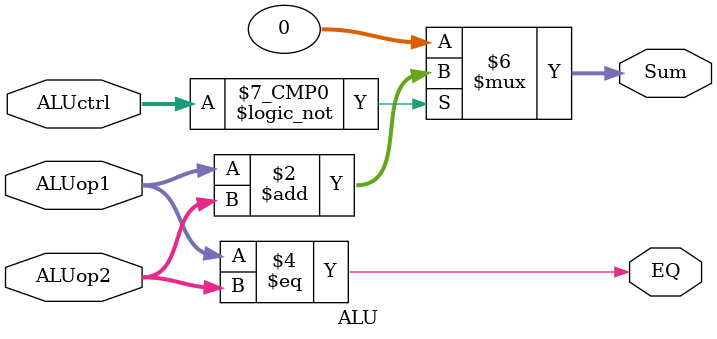
<source format=sv>
module ALU #(
    parameter 
                    ADDRESS_WIDTH =3,
                    DATA_WIDTH = 32
)(
    input logic [DATA_WIDTH-1:0]        ALUop1,
    input logic [DATA_WIDTH-1:0]        ALUop2,
    input logic [ADDRESS_WIDTH-1:0]     ALUctrl,
    output logic [DATA_WIDTH-1:0]       Sum,
    output logic                        EQ
);

    always_comb begin
        case(ALUctrl)
            3'b000: Sum = ALUop1+ALUop2;
            //3'b001: ALUout = ALUop1-ALUop2;
            //3'b010: ALUout = ALUop1 && ALUop2;
            //3'b011: ALUout = ALUop1 || ALUop2;
            //3'b101 ALUout = SLT?
            default: begin
                Sum = 0;
                $display("invalid"); //not valid opcode 
            end
        endcase
    end 

    always EQ = ALUop1 == ALUop2;

endmodule

</source>
